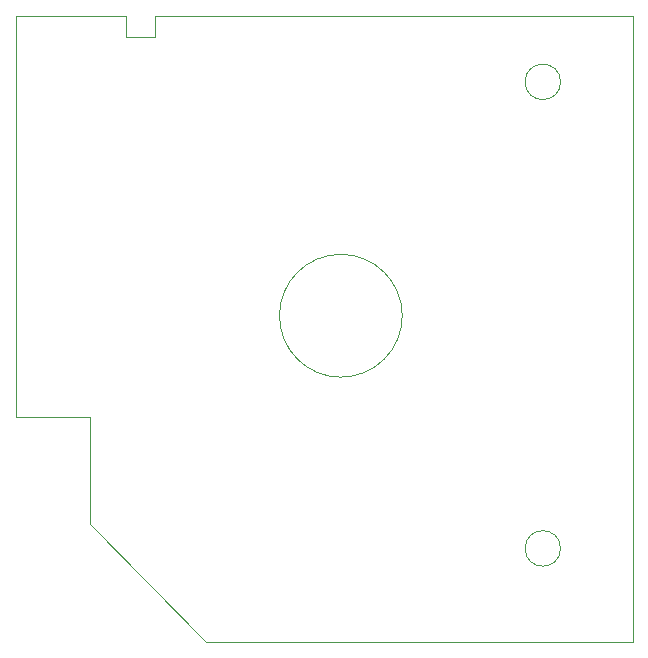
<source format=gm1>
%TF.GenerationSoftware,KiCad,Pcbnew,(6.0.1)*%
%TF.CreationDate,2022-07-24T11:33:12+08:00*%
%TF.ProjectId,CRVisionJoystick,43525669-7369-46f6-9e4a-6f7973746963,rev?*%
%TF.SameCoordinates,Original*%
%TF.FileFunction,Profile,NP*%
%FSLAX46Y46*%
G04 Gerber Fmt 4.6, Leading zero omitted, Abs format (unit mm)*
G04 Created by KiCad (PCBNEW (6.0.1)) date 2022-07-24 11:33:12*
%MOMM*%
%LPD*%
G01*
G04 APERTURE LIST*
%TA.AperFunction,Profile*%
%ADD10C,0.100000*%
%TD*%
G04 APERTURE END LIST*
D10*
X140900000Y-69900000D02*
G75*
G03*
X140900000Y-69900000I-5200000J0D01*
G01*
X154300000Y-50100000D02*
G75*
G03*
X154300000Y-50100000I-1500000J0D01*
G01*
X154300000Y-89600000D02*
G75*
G03*
X154300000Y-89600000I-1500000J0D01*
G01*
X160400000Y-44500000D02*
X119950000Y-44500000D01*
X119950000Y-44500000D02*
X119950000Y-46300000D01*
X119950000Y-46300000D02*
X117525000Y-46300000D01*
X117525000Y-46300000D02*
X117525000Y-44500000D01*
X117525000Y-44500000D02*
X108200000Y-44500000D01*
X108200000Y-44500000D02*
X108200000Y-78500000D01*
X108200000Y-78500000D02*
X114500000Y-78500000D01*
X114500000Y-78500000D02*
X114500000Y-87500000D01*
X114500000Y-87500000D02*
X124300000Y-97500000D01*
X124300000Y-97500000D02*
X160400000Y-97500000D01*
X160400000Y-97500000D02*
X160400000Y-44500000D01*
M02*

</source>
